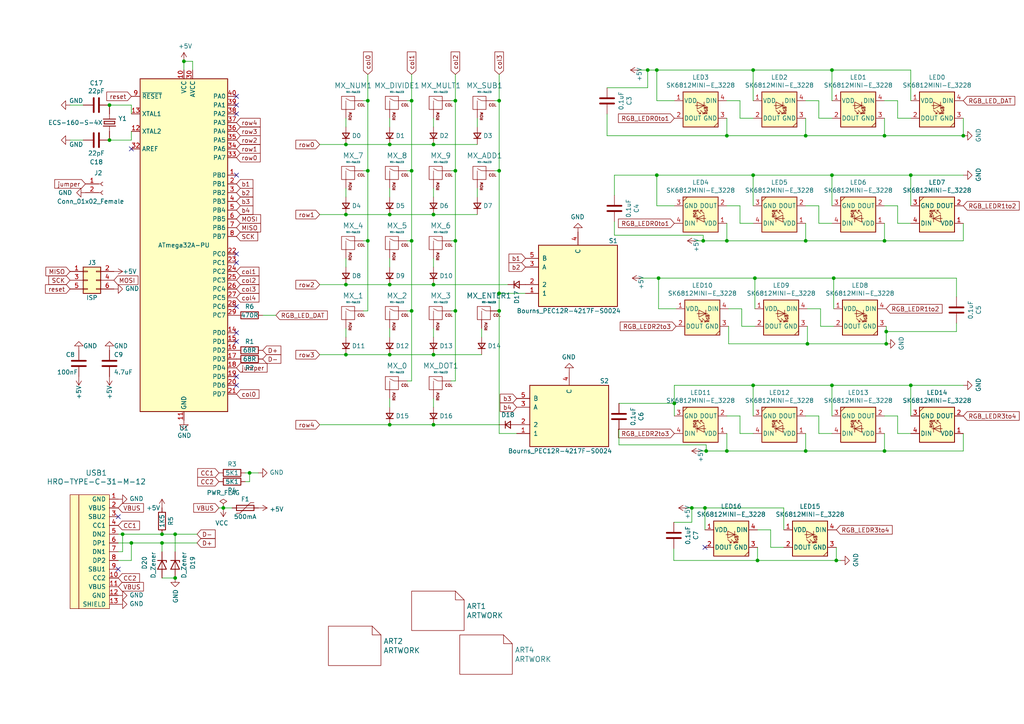
<source format=kicad_sch>
(kicad_sch (version 20211123) (generator eeschema)
  (paper "A4")
  (title_block (title "Skylight") (rev "3"))
  (junction (at 204.8256 130.81))
  (junction (at 53.34 17.78))
  (junction (at 191.008 80.6704))
  (junction (at 264.16 111.76))
  (junction (at 210.82 130.81))
  (junction (at 256.54 39.37))
  (junction (at 125.73 62.23))
  (junction (at 241.3 111.76))
  (junction (at 264.16 50.8))
  (junction (at 50.8 167.64))
  (junction (at 125.73 102.87))
  (junction (at 144.78 90.17))
  (junction (at 113.03 62.23))
  (junction (at 119.38 49.53))
  (junction (at 241.3 50.8))
  (junction (at 72.39 137.16))
  (junction (at 113.03 41.91))
  (junction (at 204.47 147.32))
  (junction (at 119.38 90.17))
  (junction (at 125.73 123.19))
  (junction (at 144.78 29.21))
  (junction (at 218.44 50.8))
  (junction (at 132.08 69.85))
  (junction (at 234.188 99.7204))
  (junction (at 46.99 154.94))
  (junction (at 195.58 116.9924))
  (junction (at 132.08 90.17))
  (junction (at 125.73 82.55))
  (junction (at 218.948 80.6704))
  (junction (at 256.54 69.85))
  (junction (at 113.03 123.19))
  (junction (at 100.33 41.91))
  (junction (at 190.5 20.32))
  (junction (at 241.3 20.32))
  (junction (at 64.77 147.32))
  (junction (at 125.73 41.91))
  (junction (at 31.75 40.64))
  (junction (at 233.68 130.81))
  (junction (at 187.8584 20.32))
  (junction (at 233.68 39.37))
  (junction (at 256.54 130.81))
  (junction (at 218.44 20.32))
  (junction (at 233.68 69.85))
  (junction (at 257.048 96.1644))
  (junction (at 119.38 69.85))
  (junction (at 242.57 162.56))
  (junction (at 200.66 147.32))
  (junction (at 144.78 85.09))
  (junction (at 38.1 157.48))
  (junction (at 132.08 49.53))
  (junction (at 203.962 69.85))
  (junction (at 100.33 102.87))
  (junction (at 144.78 49.53))
  (junction (at 106.68 69.85))
  (junction (at 46.99 157.48))
  (junction (at 100.33 82.55))
  (junction (at 100.33 62.23))
  (junction (at 279.4 39.37))
  (junction (at 218.44 111.76))
  (junction (at 132.08 29.21))
  (junction (at 31.75 30.48))
  (junction (at 106.68 29.21))
  (junction (at 106.68 49.53))
  (junction (at 210.82 39.37))
  (junction (at 219.71 162.56))
  (junction (at 241.808 80.6704))
  (junction (at 210.82 69.85))
  (junction (at 113.03 82.55))
  (junction (at 50.8 154.94))
  (junction (at 113.03 102.87))
  (junction (at 190.5 50.8))
  (junction (at 35.56 154.94))
  (junction (at 257.048 99.7204))
  (junction (at 119.38 29.21))
  (no_connect (at 68.58 99.06))
  (no_connect (at 68.58 33.02))
  (no_connect (at 68.58 96.52))
  (no_connect (at 34.29 165.1))
  (no_connect (at 68.58 88.9))
  (no_connect (at 34.29 149.86))
  (no_connect (at 68.58 76.2))
  (no_connect (at 38.1 43.18))
  (no_connect (at 68.58 50.8))
  (no_connect (at 204.47 158.75))
  (no_connect (at 68.58 109.22))
  (no_connect (at 68.58 73.66))
  (no_connect (at 68.58 111.76))
  (no_connect (at 68.58 27.94))
  (no_connect (at 68.58 30.48))
  (wire (pts (xy 203.962 68.2244) (xy 203.962 69.85)))
  (wire (pts (xy 279.4 39.37) (xy 279.4 34.29)))
  (wire (pts (xy 241.3 50.8) (xy 264.16 50.8)))
  (wire (pts (xy 34.29 157.48) (xy 38.1 157.48)))
  (wire (pts (xy 241.808 89.5604) (xy 241.808 80.6704)))
  (wire (pts (xy 279.4 125.73) (xy 279.4 130.81)))
  (wire (pts (xy 234.188 99.7204) (xy 257.048 99.7204)))
  (wire (pts (xy 241.3 34.29) (xy 237.49 34.29)))
  (wire (pts (xy 119.38 90.17) (xy 118.11 90.17)))
  (wire (pts (xy 72.39 139.7) (xy 71.12 139.7)))
  (wire (pts (xy 72.39 137.16) (xy 74.93 137.16)))
  (wire (pts (xy 100.33 34.29) (xy 100.33 36.83)))
  (wire (pts (xy 199.39 147.32) (xy 200.66 147.32)))
  (wire (pts (xy 185.928 80.6704) (xy 191.008 80.6704)))
  (wire (pts (xy 279.4 50.8) (xy 264.16 50.8)))
  (wire (pts (xy 195.4276 162.56) (xy 219.71 162.56)))
  (wire (pts (xy 200.66 147.32) (xy 204.47 147.32)))
  (wire (pts (xy 118.11 29.21) (xy 119.38 29.21)))
  (wire (pts (xy 125.73 95.25) (xy 125.73 97.79)))
  (wire (pts (xy 92.71 82.55) (xy 100.33 82.55)))
  (wire (pts (xy 256.54 125.73) (xy 256.54 130.81)))
  (wire (pts (xy 241.3 20.32) (xy 264.16 20.32)))
  (wire (pts (xy 195.58 116.9924) (xy 195.58 111.76)))
  (wire (pts (xy 132.08 49.53) (xy 130.81 49.53)))
  (wire (pts (xy 241.3 59.69) (xy 241.3 50.8)))
  (wire (pts (xy 55.88 20.32) (xy 55.88 17.78)))
  (wire (pts (xy 176.0728 33.0708) (xy 176.0728 39.37)))
  (wire (pts (xy 119.38 90.17) (xy 119.38 110.49)))
  (wire (pts (xy 214.63 64.77) (xy 214.63 59.69)))
  (wire (pts (xy 113.03 82.55) (xy 125.73 82.55)))
  (wire (pts (xy 279.4 69.85) (xy 279.4 64.77)))
  (wire (pts (xy 119.38 49.53) (xy 118.11 49.53)))
  (wire (pts (xy 92.71 62.23) (xy 100.33 62.23)))
  (wire (pts (xy 204.8256 129.032) (xy 204.8256 130.81)))
  (wire (pts (xy 214.63 29.21) (xy 210.82 29.21)))
  (wire (pts (xy 195.58 111.76) (xy 218.44 111.76)))
  (wire (pts (xy 256.54 39.37) (xy 279.4 39.37)))
  (wire (pts (xy 132.08 110.49) (xy 132.08 90.17)))
  (wire (pts (xy 214.63 120.65) (xy 210.82 120.65)))
  (wire (pts (xy 218.44 29.21) (xy 218.44 20.32)))
  (wire (pts (xy 233.68 69.85) (xy 256.54 69.85)))
  (wire (pts (xy 215.138 89.5604) (xy 211.328 89.5604)))
  (wire (pts (xy 241.808 94.6404) (xy 237.998 94.6404)))
  (wire (pts (xy 125.73 123.19) (xy 144.78 123.19)))
  (wire (pts (xy 210.82 130.81) (xy 233.68 130.81)))
  (wire (pts (xy 264.16 20.32) (xy 264.16 29.21)))
  (wire (pts (xy 190.5 20.32) (xy 218.44 20.32)))
  (wire (pts (xy 185.42 20.32) (xy 187.8584 20.32)))
  (wire (pts (xy 176.0728 39.37) (xy 210.82 39.37)))
  (wire (pts (xy 200.66 151.4856) (xy 200.66 147.32)))
  (wire (pts (xy 242.57 158.75) (xy 242.57 162.56)))
  (wire (pts (xy 210.82 69.85) (xy 233.68 69.85)))
  (wire (pts (xy 242.57 162.56) (xy 243.84 162.56)))
  (wire (pts (xy 125.73 115.57) (xy 125.73 118.11)))
  (wire (pts (xy 214.63 34.29) (xy 214.63 29.21)))
  (wire (pts (xy 92.71 41.91) (xy 100.33 41.91)))
  (wire (pts (xy 264.16 111.76) (xy 264.16 120.65)))
  (wire (pts (xy 106.68 29.21) (xy 106.68 49.53)))
  (wire (pts (xy 125.73 41.91) (xy 138.43 41.91)))
  (wire (pts (xy 144.78 29.21) (xy 144.78 49.53)))
  (wire (pts (xy 38.1 40.64) (xy 31.75 40.64)))
  (wire (pts (xy 257.048 96.1644) (xy 257.048 94.6404)))
  (wire (pts (xy 237.998 89.5604) (xy 234.188 89.5604)))
  (wire (pts (xy 178.2064 64.262) (xy 178.2064 68.2244)))
  (wire (pts (xy 20.32 30.48) (xy 24.13 30.48)))
  (wire (pts (xy 55.88 17.78) (xy 53.34 17.78)))
  (wire (pts (xy 105.41 69.85) (xy 106.68 69.85)))
  (wire (pts (xy 260.35 120.65) (xy 256.54 120.65)))
  (wire (pts (xy 237.49 125.73) (xy 237.49 120.65)))
  (wire (pts (xy 190.5 29.21) (xy 190.5 20.32)))
  (wire (pts (xy 119.38 69.85) (xy 119.38 90.17)))
  (wire (pts (xy 130.81 110.49) (xy 132.08 110.49)))
  (wire (pts (xy 241.3 29.21) (xy 241.3 20.32)))
  (wire (pts (xy 125.73 34.29) (xy 125.73 36.83)))
  (wire (pts (xy 144.78 29.21) (xy 143.51 29.21)))
  (wire (pts (xy 195.4276 151.4856) (xy 200.66 151.4856)))
  (wire (pts (xy 264.16 34.29) (xy 260.35 34.29)))
  (wire (pts (xy 113.03 54.61) (xy 113.03 57.15)))
  (wire (pts (xy 241.808 80.6704) (xy 277.4188 80.6704)))
  (wire (pts (xy 113.03 102.87) (xy 125.73 102.87)))
  (wire (pts (xy 119.38 21.59) (xy 119.38 29.21)))
  (wire (pts (xy 106.68 49.53) (xy 105.41 49.53)))
  (wire (pts (xy 211.328 94.6404) (xy 211.328 99.7204)))
  (wire (pts (xy 100.33 102.87) (xy 113.03 102.87)))
  (wire (pts (xy 241.3 64.77) (xy 237.49 64.77)))
  (wire (pts (xy 218.44 34.29) (xy 214.63 34.29)))
  (wire (pts (xy 92.71 102.87) (xy 100.33 102.87)))
  (wire (pts (xy 64.77 147.32) (xy 67.31 147.32)))
  (wire (pts (xy 237.49 120.65) (xy 233.68 120.65)))
  (wire (pts (xy 227.33 153.67) (xy 227.33 147.32)))
  (wire (pts (xy 277.4188 93.726) (xy 277.4188 96.1644)))
  (wire (pts (xy 237.49 34.29) (xy 237.49 29.21)))
  (wire (pts (xy 119.38 49.53) (xy 119.38 69.85)))
  (wire (pts (xy 125.73 54.61) (xy 125.73 57.15)))
  (wire (pts (xy 125.73 82.55) (xy 147.32 82.55)))
  (wire (pts (xy 100.33 62.23) (xy 113.03 62.23)))
  (wire (pts (xy 105.41 29.21) (xy 106.68 29.21)))
  (wire (pts (xy 138.43 54.61) (xy 138.43 57.15)))
  (wire (pts (xy 233.68 130.81) (xy 256.54 130.81)))
  (wire (pts (xy 144.78 21.59) (xy 144.78 29.21)))
  (wire (pts (xy 218.948 80.6704) (xy 241.808 80.6704)))
  (wire (pts (xy 219.71 158.75) (xy 219.71 162.56)))
  (wire (pts (xy 215.138 94.6404) (xy 215.138 89.5604)))
  (wire (pts (xy 187.8584 20.32) (xy 190.5 20.32)))
  (wire (pts (xy 204.47 153.67) (xy 204.47 147.32)))
  (wire (pts (xy 178.2064 56.642) (xy 178.2064 50.8)))
  (wire (pts (xy 264.16 125.73) (xy 260.35 125.73)))
  (wire (pts (xy 144.78 90.17) (xy 144.78 125.73)))
  (wire (pts (xy 92.71 123.19) (xy 113.03 123.19)))
  (wire (pts (xy 260.35 29.21) (xy 256.54 29.21)))
  (wire (pts (xy 139.7 102.87) (xy 125.73 102.87)))
  (wire (pts (xy 191.008 89.5604) (xy 191.008 80.6704)))
  (wire (pts (xy 219.71 153.67) (xy 223.52 153.67)))
  (wire (pts (xy 46.99 167.64) (xy 50.8 167.64)))
  (wire (pts (xy 38.1 30.48) (xy 31.75 30.48)))
  (wire (pts (xy 218.44 50.8) (xy 241.3 50.8)))
  (wire (pts (xy 113.03 41.91) (xy 125.73 41.91)))
  (wire (pts (xy 190.5 59.69) (xy 190.5 50.8)))
  (wire (pts (xy 260.35 125.73) (xy 260.35 120.65)))
  (wire (pts (xy 106.68 21.59) (xy 106.68 29.21)))
  (wire (pts (xy 132.08 69.85) (xy 132.08 49.53)))
  (wire (pts (xy 113.03 62.23) (xy 125.73 62.23)))
  (wire (pts (xy 210.82 125.73) (xy 210.82 130.81)))
  (wire (pts (xy 179.5272 124.6124) (xy 179.5272 129.032)))
  (wire (pts (xy 195.4276 159.1056) (xy 195.4276 162.56)))
  (wire (pts (xy 34.29 160.02) (xy 35.56 160.02)))
  (wire (pts (xy 106.68 69.85) (xy 106.68 90.17)))
  (wire (pts (xy 130.81 69.85) (xy 132.08 69.85)))
  (wire (pts (xy 277.4188 96.1644) (xy 257.048 96.1644)))
  (wire (pts (xy 100.33 74.93) (xy 100.33 77.47)))
  (wire (pts (xy 113.03 95.25) (xy 113.03 97.79)))
  (wire (pts (xy 143.51 49.53) (xy 144.78 49.53)))
  (wire (pts (xy 218.44 125.73) (xy 214.63 125.73)))
  (wire (pts (xy 132.08 29.21) (xy 132.08 49.53)))
  (wire (pts (xy 100.33 41.91) (xy 113.03 41.91)))
  (wire (pts (xy 100.33 54.61) (xy 100.33 57.15)))
  (wire (pts (xy 260.35 59.69) (xy 256.54 59.69)))
  (wire (pts (xy 119.38 69.85) (xy 118.11 69.85)))
  (wire (pts (xy 218.948 94.6404) (xy 215.138 94.6404)))
  (wire (pts (xy 132.08 21.59) (xy 132.08 29.21)))
  (wire (pts (xy 191.008 80.6704) (xy 218.948 80.6704)))
  (wire (pts (xy 233.68 125.73) (xy 233.68 130.81)))
  (wire (pts (xy 178.2064 50.8) (xy 190.5 50.8)))
  (wire (pts (xy 218.44 59.69) (xy 218.44 50.8)))
  (wire (pts (xy 237.998 94.6404) (xy 237.998 89.5604)))
  (wire (pts (xy 46.99 154.94) (xy 50.8 154.94)))
  (wire (pts (xy 119.38 110.49) (xy 118.11 110.49)))
  (wire (pts (xy 195.58 59.69) (xy 190.5 59.69)))
  (wire (pts (xy 241.3 120.65) (xy 241.3 111.76)))
  (wire (pts (xy 119.38 29.21) (xy 119.38 49.53)))
  (wire (pts (xy 218.44 120.65) (xy 218.44 111.76)))
  (wire (pts (xy 38.1 162.56) (xy 38.1 157.48)))
  (wire (pts (xy 260.35 64.77) (xy 260.35 59.69)))
  (wire (pts (xy 218.948 89.5604) (xy 218.948 80.6704)))
  (wire (pts (xy 144.78 85.09) (xy 144.78 90.17)))
  (wire (pts (xy 257.048 99.7204) (xy 257.048 96.1644)))
  (wire (pts (xy 241.3 125.73) (xy 237.49 125.73)))
  (wire (pts (xy 138.43 62.23) (xy 125.73 62.23)))
  (wire (pts (xy 34.29 162.56) (xy 38.1 162.56)))
  (wire (pts (xy 178.2064 68.2244) (xy 203.962 68.2244)))
  (wire (pts (xy 203.962 69.85) (xy 210.82 69.85)))
  (wire (pts (xy 50.8 160.02) (xy 50.8 154.94)))
  (wire (pts (xy 46.99 160.02) (xy 46.99 157.48)))
  (wire (pts (xy 210.82 64.77) (xy 210.82 69.85)))
  (wire (pts (xy 223.52 153.67) (xy 223.52 158.75)))
  (wire (pts (xy 106.68 90.17) (xy 105.41 90.17)))
  (wire (pts (xy 71.12 137.16) (xy 72.39 137.16)))
  (wire (pts (xy 233.68 34.29) (xy 233.68 39.37)))
  (wire (pts (xy 214.63 59.69) (xy 210.82 59.69)))
  (wire (pts (xy 132.08 90.17) (xy 130.81 90.17)))
  (wire (pts (xy 233.68 39.37) (xy 256.54 39.37)))
  (wire (pts (xy 233.68 64.77) (xy 233.68 69.85)))
  (wire (pts (xy 38.1 30.48) (xy 38.1 33.02)))
  (wire (pts (xy 139.7 95.25) (xy 139.7 97.79)))
  (wire (pts (xy 237.49 59.69) (xy 233.68 59.69)))
  (wire (pts (xy 176.0728 25.4508) (xy 187.8584 25.4508)))
  (wire (pts (xy 34.29 154.94) (xy 35.56 154.94)))
  (wire (pts (xy 57.15 157.48) (xy 46.99 157.48)))
  (wire (pts (xy 201.93 69.85) (xy 203.962 69.85)))
  (wire (pts (xy 38.1 38.1) (xy 38.1 40.64)))
  (wire (pts (xy 211.328 99.7204) (xy 234.188 99.7204)))
  (wire (pts (xy 210.82 34.29) (xy 210.82 39.37)))
  (wire (pts (xy 132.08 69.85) (xy 132.08 90.17)))
  (wire (pts (xy 260.35 34.29) (xy 260.35 29.21)))
  (wire (pts (xy 196.088 89.5604) (xy 191.008 89.5604)))
  (wire (pts (xy 256.54 130.81) (xy 279.4 130.81)))
  (wire (pts (xy 195.58 120.65) (xy 195.58 116.9924)))
  (wire (pts (xy 264.16 50.8) (xy 264.16 59.69)))
  (wire (pts (xy 237.49 64.77) (xy 237.49 59.69)))
  (wire (pts (xy 106.68 49.53) (xy 106.68 69.85)))
  (wire (pts (xy 187.8584 25.4508) (xy 187.8584 20.32)))
  (wire (pts (xy 144.78 49.53) (xy 144.78 85.09)))
  (wire (pts (xy 113.03 74.93) (xy 113.03 77.47)))
  (wire (pts (xy 234.188 94.6404) (xy 234.188 99.7204)))
  (wire (pts (xy 63.5 147.32) (xy 64.77 147.32)))
  (wire (pts (xy 179.5272 116.9924) (xy 195.58 116.9924)))
  (wire (pts (xy 204.47 147.32) (xy 227.33 147.32)))
  (wire (pts (xy 144.78 125.73) (xy 149.86 125.73)))
  (wire (pts (xy 100.33 95.25) (xy 100.33 97.79)))
  (wire (pts (xy 100.33 82.55) (xy 113.03 82.55)))
  (wire (pts (xy 113.03 34.29) (xy 113.03 36.83)))
  (wire (pts (xy 227.33 158.75) (xy 223.52 158.75)))
  (wire (pts (xy 241.3 111.76) (xy 264.16 111.76)))
  (wire (pts (xy 256.54 69.85) (xy 279.4 69.85)))
  (wire (pts (xy 190.5 50.8) (xy 218.44 50.8)))
  (wire (pts (xy 218.44 64.77) (xy 214.63 64.77)))
  (wire (pts (xy 256.54 34.29) (xy 256.54 39.37)))
  (wire (pts (xy 125.73 74.93) (xy 125.73 77.47)))
  (wire (pts (xy 214.63 125.73) (xy 214.63 120.65)))
  (wire (pts (xy 210.82 39.37) (xy 233.68 39.37)))
  (wire (pts (xy 203.2 130.81) (xy 204.8256 130.81)))
  (wire (pts (xy 113.03 115.57) (xy 113.03 118.11)))
  (wire (pts (xy 218.44 20.32) (xy 241.3 20.32)))
  (wire (pts (xy 256.54 64.77) (xy 256.54 69.85)))
  (wire (pts (xy 138.43 34.29) (xy 138.43 36.83)))
  (wire (pts (xy 179.5272 129.032) (xy 204.8256 129.032)))
  (wire (pts (xy 113.03 123.19) (xy 125.73 123.19)))
  (wire (pts (xy 219.71 162.56) (xy 242.57 162.56)))
  (wire (pts (xy 53.34 17.78) (xy 53.34 20.32)))
  (wire (pts (xy 132.08 29.21) (xy 130.81 29.21)))
  (wire (pts (xy 152.4 85.09) (xy 144.78 85.09)))
  (wire (pts (xy 264.16 64.77) (xy 260.35 64.77)))
  (wire (pts (xy 237.49 29.21) (xy 233.68 29.21)))
  (wire (pts (xy 279.4 111.76) (xy 264.16 111.76)))
  (wire (pts (xy 38.1 157.48) (xy 46.99 157.48)))
  (wire (pts (xy 35.56 154.94) (xy 46.99 154.94)))
  (wire (pts (xy 277.4188 80.6704) (xy 277.4188 86.106)))
  (wire (pts (xy 24.13 40.64) (xy 20.32 40.64)))
  (wire (pts (xy 50.8 154.94) (xy 57.15 154.94)))
  (wire (pts (xy 218.44 111.76) (xy 241.3 111.76)))
  (wire (pts (xy 204.8256 130.81) (xy 210.82 130.81)))
  (wire (pts (xy 72.39 137.16) (xy 72.39 139.7)))
  (wire (pts (xy 195.58 29.21) (xy 190.5 29.21)))
  (wire (pts (xy 35.56 160.02) (xy 35.56 154.94)))
  (wire (pts (xy 76.2 91.44) (xy 80.01 91.44)))
  (global_label "row0" (shape input) (at 68.58 45.72 0) (property "Intersheet References" "${INTERSHEET_REFS}" (effects hide)))
  (global_label "col1" (shape input) (at 119.38 21.59 90) (property "Intersheet References" "${INTERSHEET_REFS}" (effects hide)))
  (global_label "CC1" (shape input) (at 34.29 152.4 0) (property "Intersheet References" "${INTERSHEET_REFS}" (effects hide)))
  (global_label "col1" (shape input) (at 68.58 78.74 0) (property "Intersheet References" "${INTERSHEET_REFS}" (effects hide)))
  (global_label "row2" (shape input) (at 92.71 82.55 180) (property "Intersheet References" "${INTERSHEET_REFS}" (effects hide)))
  (global_label "CC1" (shape input) (at 63.5 137.16 180) (property "Intersheet References" "${INTERSHEET_REFS}" (effects hide)))
  (global_label "RGB_LEDR3to4" (shape input) (at 279.4 120.65 0) (property "Intersheet References" "${INTERSHEET_REFS}" (effects hide)))
  (global_label "SCK" (shape input) (at 68.58 68.58 0) (property "Intersheet References" "${INTERSHEET_REFS}" (effects hide)))
  (global_label "reset" (shape input) (at 20.32 83.82 180) (property "Intersheet References" "${INTERSHEET_REFS}" (effects hide)))
  (global_label "b4" (shape input) (at 68.58 60.96 0) (property "Intersheet References" "${INTERSHEET_REFS}" (effects hide)))
  (global_label "MOSI" (shape input) (at 33.02 81.28 0) (property "Intersheet References" "${INTERSHEET_REFS}" (effects hide)))
  (global_label "col3" (shape input) (at 68.58 83.82 0) (property "Intersheet References" "${INTERSHEET_REFS}" (effects hide)))
  (global_label "col2" (shape input) (at 132.08 21.59 90) (property "Intersheet References" "${INTERSHEET_REFS}" (effects hide)))
  (global_label "b1" (shape input) (at 68.58 53.34 0) (property "Intersheet References" "${INTERSHEET_REFS}" (effects hide)))
  (global_label "b1" (shape input) (at 152.4 74.93 180) (property "Intersheet References" "${INTERSHEET_REFS}" (effects hide)))
  (global_label "b4" (shape input) (at 149.86 118.11 180) (property "Intersheet References" "${INTERSHEET_REFS}" (effects hide)))
  (global_label "RGB_LEDR2to3" (shape input) (at 196.088 94.6404 180) (property "Intersheet References" "${INTERSHEET_REFS}" (effects hide)))
  (global_label "MISO" (shape input) (at 68.58 66.04 0) (property "Intersheet References" "${INTERSHEET_REFS}" (effects hide)))
  (global_label "RGB_LED_DAT" (shape input) (at 279.4 29.21 0) (property "Intersheet References" "${INTERSHEET_REFS}" (effects hide)))
  (global_label "b3" (shape input) (at 68.58 58.42 0) (property "Intersheet References" "${INTERSHEET_REFS}" (effects hide)))
  (global_label "row3" (shape input) (at 92.71 102.87 180) (property "Intersheet References" "${INTERSHEET_REFS}" (effects hide)))
  (global_label "RGB_LEDR1to2" (shape input) (at 279.4 59.69 0) (property "Intersheet References" "${INTERSHEET_REFS}" (effects hide)))
  (global_label "reset" (shape input) (at 38.1 27.94 180) (property "Intersheet References" "${INTERSHEET_REFS}" (effects hide)))
  (global_label "D+" (shape input) (at 57.15 157.48 0) (property "Intersheet References" "${INTERSHEET_REFS}" (effects hide)))
  (global_label "b2" (shape input) (at 152.4 77.47 180) (property "Intersheet References" "${INTERSHEET_REFS}" (effects hide)))
  (global_label "row4" (shape input) (at 68.58 35.56 0) (property "Intersheet References" "${INTERSHEET_REFS}" (effects hide)))
  (global_label "row1" (shape input) (at 92.71 62.23 180) (property "Intersheet References" "${INTERSHEET_REFS}" (effects hide)))
  (global_label "row1" (shape input) (at 68.58 43.18 0) (property "Intersheet References" "${INTERSHEET_REFS}" (effects hide)))
  (global_label "row2" (shape input) (at 68.58 40.64 0) (property "Intersheet References" "${INTERSHEET_REFS}" (effects hide)))
  (global_label "RGB_LEDR3to4" (shape input) (at 242.57 153.67 0) (property "Intersheet References" "${INTERSHEET_REFS}" (effects hide)))
  (global_label "col2" (shape input) (at 68.58 81.28 0) (property "Intersheet References" "${INTERSHEET_REFS}" (effects hide)))
  (global_label "D+" (shape input) (at 76.2 101.6 0) (property "Intersheet References" "${INTERSHEET_REFS}" (effects hide)))
  (global_label "jumper" (shape input) (at 24.765 53.34 180) (property "Intersheet References" "${INTERSHEET_REFS}" (effects hide)))
  (global_label "CC2" (shape input) (at 63.5 139.7 180) (property "Intersheet References" "${INTERSHEET_REFS}" (effects hide)))
  (global_label "RGB_LEDR2to3" (shape input) (at 195.58 125.73 180) (property "Intersheet References" "${INTERSHEET_REFS}" (effects hide)))
  (global_label "row4" (shape input) (at 92.71 123.19 180) (property "Intersheet References" "${INTERSHEET_REFS}" (effects hide)))
  (global_label "col3" (shape input) (at 144.78 21.59 90) (property "Intersheet References" "${INTERSHEET_REFS}" (effects hide)))
  (global_label "col4" (shape input) (at 68.58 86.36 0) (property "Intersheet References" "${INTERSHEET_REFS}" (effects hide)))
  (global_label "jumper" (shape input) (at 68.58 106.68 0) (property "Intersheet References" "${INTERSHEET_REFS}" (effects hide)))
  (global_label "MISO" (shape input) (at 20.32 78.74 180) (property "Intersheet References" "${INTERSHEET_REFS}" (effects hide)))
  (global_label "SCK" (shape input) (at 20.32 81.28 180) (property "Intersheet References" "${INTERSHEET_REFS}" (effects hide)))
  (global_label "VBUS" (shape input) (at 34.29 170.18 0) (property "Intersheet References" "${INTERSHEET_REFS}" (effects hide)))
  (global_label "row0" (shape input) (at 92.71 41.91 180) (property "Intersheet References" "${INTERSHEET_REFS}" (effects hide)))
  (global_label "b2" (shape input) (at 68.58 55.88 0) (property "Intersheet References" "${INTERSHEET_REFS}" (effects hide)))
  (global_label "col0" (shape input) (at 68.58 114.3 0) (property "Intersheet References" "${INTERSHEET_REFS}" (effects hide)))
  (global_label "RGB_LEDR1to2" (shape input) (at 257.048 89.5604 0) (property "Intersheet References" "${INTERSHEET_REFS}" (effects hide)))
  (global_label "row3" (shape input) (at 68.58 38.1 0) (property "Intersheet References" "${INTERSHEET_REFS}" (effects hide)))
  (global_label "MOSI" (shape input) (at 68.58 63.5 0) (property "Intersheet References" "${INTERSHEET_REFS}" (effects hide)))
  (global_label "b3" (shape input) (at 149.86 115.57 180) (property "Intersheet References" "${INTERSHEET_REFS}" (effects hide)))
  (global_label "col0" (shape input) (at 106.68 21.59 90) (property "Intersheet References" "${INTERSHEET_REFS}" (effects hide)))
  (global_label "RGB_LEDR0to1" (shape input) (at 195.58 64.77 180) (property "Intersheet References" "${INTERSHEET_REFS}" (effects hide)))
  (global_label "D-" (shape input) (at 57.15 154.94 0) (property "Intersheet References" "${INTERSHEET_REFS}" (effects hide)))
  (global_label "CC2" (shape input) (at 34.29 167.64 0) (property "Intersheet References" "${INTERSHEET_REFS}" (effects hide)))
  (global_label "VBUS" (shape input) (at 34.29 147.32 0) (property "Intersheet References" "${INTERSHEET_REFS}" (effects hide)))
  (global_label "RGB_LED_DAT" (shape input) (at 80.01 91.44 0) (property "Intersheet References" "${INTERSHEET_REFS}" (effects hide)))
  (global_label "RGB_LEDR0to1" (shape input) (at 195.58 34.29 180) (property "Intersheet References" "${INTERSHEET_REFS}" (effects hide)))
  (global_label "D-" (shape input) (at 76.2 104.14 0) (property "Intersheet References" "${INTERSHEET_REFS}" (effects hide)))
  (global_label "VBUS" (shape input) (at 63.5 147.32 180) (property "Intersheet References" "${INTERSHEET_REFS}" (effects hide)))
  (symbol (lib_id "MX_Alps_Hybrid:MX-NoLED") (at 101.6 30.48 0) (unit 1)
    (property "Reference" "MX_NUM1" (at 102.4382 24.8158 0) (effects (font (size 1.524 1.524))))
    (property "Value" "MX-NoLED" (at 102.4382 26.6954 0) (effects (font (size 0.508 0.508))))
    (property "Footprint" "MX_Only:MXOnly-1U-Hotswap-Antishear" (effects hide))
  )
  (symbol (lib_id "MX_Alps_Hybrid:MX-NoLED") (at 114.3 30.48 0) (unit 1)
    (property "Reference" "MX_DIVIDE1" (at 115.1382 24.8158 0) (effects (font (size 1.524 1.524))))
    (property "Value" "MX-NoLED" (at 115.1382 26.6954 0) (effects (font (size 0.508 0.508))))
    (property "Footprint" "MX_Only:MXOnly-1U-Hotswap-Antishear" (effects hide))
  )
  (symbol (lib_id "MX_Alps_Hybrid:MX-NoLED") (at 127 30.48 0) (unit 1)
    (property "Reference" "MX_MULT1" (at 127.8382 24.8158 0) (effects (font (size 1.524 1.524))))
    (property "Value" "MX-NoLED" (at 127.8382 26.6954 0) (effects (font (size 0.508 0.508))))
    (property "Footprint" "MX_Only:MXOnly-1U-Hotswap-Antishear" (effects hide))
  )
  (symbol (lib_id "MX_Alps_Hybrid:MX-NoLED") (at 139.7 30.48 0) (unit 1)
    (property "Reference" "MX_SUB1" (at 140.5382 24.8158 0) (effects (font (size 1.524 1.524))))
    (property "Value" "MX-NoLED" (at 140.5382 26.6954 0) (effects (font (size 0.508 0.508))))
    (property "Footprint" "MX_Only:MXOnly-1U-Hotswap-Antishear" (effects hide))
  )
  (symbol (lib_id "Device:D_Small") (at 100.33 39.37 90) (unit 1)
    (property "Reference" "D0" (at 102.0572 39.37 90) (effects (justify right)))
    (property "Value" "D_Small" (effects hide))
    (property "Footprint" "Diode_THT:D_DO-35_SOD27_P7.62mm_Horizontal" (effects hide))
  )
  (symbol (lib_id "Device:D_Small") (at 113.03 39.37 90) (unit 1)
    (property "Reference" "D1" (at 114.7572 39.37 90) (effects (justify right)))
    (property "Value" "D_Small" (effects hide))
    (property "Footprint" "Diode_THT:D_DO-35_SOD27_P7.62mm_Horizontal" (effects hide))
  )
  (symbol (lib_id "Device:D_Small") (at 125.73 39.37 90) (unit 1)
    (property "Reference" "D2" (at 127.4572 39.37 90) (effects (justify right)))
    (property "Value" "D_Small" (effects hide))
    (property "Footprint" "Diode_THT:D_DO-35_SOD27_P7.62mm_Horizontal" (effects hide))
  )
  (symbol (lib_id "Device:D_Small") (at 138.43 39.37 90) (unit 1)
    (property "Reference" "D3" (at 140.1572 39.37 90) (effects (justify right)))
    (property "Value" "D_Small" (effects hide))
    (property "Footprint" "Diode_THT:D_DO-35_SOD27_P7.62mm_Horizontal" (effects hide))
  )
  (symbol (lib_id "win:Bourns_PEC12R-4217F-S0024") (at 167.64 80.01 180) (unit 1)
    (property "Reference" "S1" (at 176.53 69.85 0) (effects (justify right)))
    (property "Value" "Bourns_PEC12R-4217F-S0024" (at 149.86 90.17 0) (effects (justify right)))
    (property "Footprint" "win:PEC12R-4xxF-Sxxxx" (effects hide))
    (property "Datasheet" "DOCUMENTATION" (effects hide))
  )
  (symbol (lib_id "power:GND") (at 165.1 107.95 180) (unit 1)
    (property "Reference" "#PWR0104" (effects hide))
    (property "Value" "GND" (at 164.973 103.5558 0))
  )
  (symbol (lib_id "MX_Alps_Hybrid:MX-NoLED") (at 101.6 50.8 0) (unit 1)
    (property "Reference" "MX_7" (at 102.4382 45.1358 0) (effects (font (size 1.524 1.524))))
    (property "Value" "MX-NoLED" (at 102.4382 47.0154 0) (effects (font (size 0.508 0.508))))
    (property "Footprint" "MX_Only:MXOnly-1U-Hotswap-Antishear" (effects hide))
  )
  (symbol (lib_id "MX_Alps_Hybrid:MX-NoLED") (at 114.3 50.8 0) (unit 1)
    (property "Reference" "MX_8" (at 115.1382 45.1358 0) (effects (font (size 1.524 1.524))))
    (property "Value" "MX-NoLED" (at 115.1382 47.0154 0) (effects (font (size 0.508 0.508))))
    (property "Footprint" "MX_Only:MXOnly-1U-Hotswap-Antishear" (effects hide))
  )
  (symbol (lib_id "MX_Alps_Hybrid:MX-NoLED") (at 127 50.8 0) (unit 1)
    (property "Reference" "MX_9" (at 127.8382 45.1358 0) (effects (font (size 1.524 1.524))))
    (property "Value" "MX-NoLED" (at 127.8382 47.0154 0) (effects (font (size 0.508 0.508))))
    (property "Footprint" "MX_Only:MXOnly-1U-Hotswap-Antishear" (effects hide))
  )
  (symbol (lib_id "Device:D_Small") (at 100.33 59.69 90) (unit 1)
    (property "Reference" "D4" (at 102.0572 59.69 90) (effects (justify right)))
    (property "Value" "D_Small" (effects hide))
    (property "Footprint" "Diode_THT:D_DO-35_SOD27_P7.62mm_Horizontal" (effects hide))
  )
  (symbol (lib_id "Device:D_Small") (at 113.03 59.69 90) (unit 1)
    (property "Reference" "D5" (at 114.7572 59.69 90) (effects (justify right)))
    (property "Value" "D_Small" (effects hide))
    (property "Footprint" "Diode_THT:D_DO-35_SOD27_P7.62mm_Horizontal" (effects hide))
  )
  (symbol (lib_id "Device:D_Small") (at 125.73 59.69 90) (unit 1)
    (property "Reference" "D6" (at 127.4572 59.69 90) (effects (justify right)))
    (property "Value" "D_Small" (effects hide))
    (property "Footprint" "Diode_THT:D_DO-35_SOD27_P7.62mm_Horizontal" (effects hide))
  )
  (symbol (lib_id "MX_Alps_Hybrid:MX-NoLED") (at 101.6 71.12 0) (unit 1)
    (property "Reference" "MX_4" (at 102.4382 65.4558 0) (effects (font (size 1.524 1.524))))
    (property "Value" "MX-NoLED" (at 102.4382 67.3354 0) (effects (font (size 0.508 0.508))))
    (property "Footprint" "MX_Only:MXOnly-1U-Hotswap-Antishear" (effects hide))
  )
  (symbol (lib_id "MX_Alps_Hybrid:MX-NoLED") (at 114.3 71.12 0) (unit 1)
    (property "Reference" "MX_5" (at 115.1382 65.4558 0) (effects (font (size 1.524 1.524))))
    (property "Value" "MX-NoLED" (at 115.1382 67.3354 0) (effects (font (size 0.508 0.508))))
    (property "Footprint" "MX_Only:MXOnly-1U-Hotswap-Antishear" (effects hide))
  )
  (symbol (lib_id "MX_Alps_Hybrid:MX-NoLED") (at 127 71.12 0) (unit 1)
    (property "Reference" "MX_6" (at 127.8382 65.4558 0) (effects (font (size 1.524 1.524))))
    (property "Value" "MX-NoLED" (at 127.8382 67.3354 0) (effects (font (size 0.508 0.508))))
    (property "Footprint" "MX_Only:MXOnly-1U-Hotswap-Antishear" (effects hide))
  )
  (symbol (lib_id "MX_Alps_Hybrid:MX-NoLED") (at 139.7 50.8 0) (unit 1)
    (property "Reference" "MX_ADD1" (at 140.5382 45.1358 0) (effects (font (size 1.524 1.524))))
    (property "Value" "MX-NoLED" (at 140.5382 47.0154 0) (effects (font (size 0.508 0.508))))
    (property "Footprint" "MX_Only:MXOnly-2U-Hotswap" (effects hide))
  )
  (symbol (lib_id "Device:D_Small") (at 100.33 80.01 90) (unit 1)
    (property "Reference" "D8" (at 102.0572 80.01 90) (effects (justify right)))
    (property "Value" "D_Small" (effects hide))
    (property "Footprint" "Diode_THT:D_DO-35_SOD27_P7.62mm_Horizontal" (effects hide))
  )
  (symbol (lib_id "Device:D_Small") (at 113.03 80.01 90) (unit 1)
    (property "Reference" "D9" (at 114.7572 80.01 90) (effects (justify right)))
    (property "Value" "D_Small" (effects hide))
    (property "Footprint" "Diode_THT:D_DO-35_SOD27_P7.62mm_Horizontal" (effects hide))
  )
  (symbol (lib_id "Device:D_Small") (at 125.73 80.01 90) (unit 1)
    (property "Reference" "D10" (at 127.4572 80.01 90) (effects (justify right)))
    (property "Value" "D_Small" (effects hide))
    (property "Footprint" "Diode_THT:D_DO-35_SOD27_P7.62mm_Horizontal" (effects hide))
  )
  (symbol (lib_id "Device:D_Small") (at 138.43 59.69 90) (unit 1)
    (property "Reference" "D7" (at 140.1572 59.69 90) (effects (justify right)))
    (property "Value" "D_Small" (effects hide))
    (property "Footprint" "Diode_THT:D_DO-35_SOD27_P7.62mm_Horizontal" (effects hide))
  )
  (symbol (lib_id "win:Bourns_PEC12R-4217F-S0024") (at 165.1 120.65 180) (unit 1)
    (property "Reference" "S2" (at 173.99 110.49 0) (effects (justify right)))
    (property "Value" "Bourns_PEC12R-4217F-S0024" (at 147.32 130.81 0) (effects (justify right)))
    (property "Footprint" "win:PEC12R-4xxF-Sxxxx" (effects hide))
    (property "Datasheet" "DOCUMENTATION" (effects hide))
  )
  (symbol (lib_id "MX_Alps_Hybrid:MX-NoLED") (at 101.6 91.44 0) (unit 1)
    (property "Reference" "MX_1" (at 102.4382 85.7758 0) (effects (font (size 1.524 1.524))))
    (property "Value" "MX-NoLED" (at 102.4382 87.6554 0) (effects (font (size 0.508 0.508))))
    (property "Footprint" "MX_Only:MXOnly-1U-Hotswap-Antishear" (effects hide))
  )
  (symbol (lib_id "MX_Alps_Hybrid:MX-NoLED") (at 114.3 91.44 0) (unit 1)
    (property "Reference" "MX_2" (at 115.1382 85.7758 0) (effects (font (size 1.524 1.524))))
    (property "Value" "MX-NoLED" (at 115.1382 87.6554 0) (effects (font (size 0.508 0.508))))
    (property "Footprint" "MX_Only:MXOnly-1U-Hotswap-Antishear" (effects hide))
  )
  (symbol (lib_id "MX_Alps_Hybrid:MX-NoLED") (at 127 91.44 0) (unit 1)
    (property "Reference" "MX_3" (at 127.8382 85.7758 0) (effects (font (size 1.524 1.524))))
    (property "Value" "MX-NoLED" (at 127.8382 87.6554 0) (effects (font (size 0.508 0.508))))
    (property "Footprint" "MX_Only:MXOnly-1U-Hotswap-Antishear" (effects hide))
  )
  (symbol (lib_id "MX_Alps_Hybrid:MX-NoLED") (at 140.97 91.44 0) (unit 1)
    (property "Reference" "MX_ENTER1" (at 141.8082 85.7758 0) (effects (font (size 1.524 1.524))))
    (property "Value" "MX-NoLED" (at 141.8082 87.6554 0) (effects (font (size 0.508 0.508))))
    (property "Footprint" "MX_Only:MXOnly-2U-Hotswap" (effects hide))
  )
  (symbol (lib_id "Device:D_Small") (at 100.33 100.33 90) (unit 1)
    (property "Reference" "D11" (at 102.0572 100.33 90) (effects (justify right)))
    (property "Value" "D_Small" (effects hide))
    (property "Footprint" "Diode_THT:D_DO-35_SOD27_P7.62mm_Horizontal" (effects hide))
  )
  (symbol (lib_id "Device:D_Small") (at 113.03 100.33 90) (unit 1)
    (property "Reference" "D12" (at 114.7572 100.33 90) (effects (justify right)))
    (property "Value" "D_Small" (effects hide))
    (property "Footprint" "Diode_THT:D_DO-35_SOD27_P7.62mm_Horizontal" (effects hide))
  )
  (symbol (lib_id "Device:D_Small") (at 125.73 100.33 90) (unit 1)
    (property "Reference" "D13" (at 127.4572 100.33 90) (effects (justify right)))
    (property "Value" "D_Small" (effects hide))
    (property "Footprint" "Diode_THT:D_DO-35_SOD27_P7.62mm_Horizontal" (effects hide))
  )
  (symbol (lib_id "Device:D_Small") (at 139.7 100.33 90) (unit 1)
    (property "Reference" "D14" (at 141.4272 100.33 90) (effects (justify right)))
    (property "Value" "D_Small" (effects hide))
    (property "Footprint" "Diode_THT:D_DO-35_SOD27_P7.62mm_Horizontal" (effects hide))
  )
  (symbol (lib_id "MX_Alps_Hybrid:MX-NoLED") (at 114.3 111.76 0) (unit 1)
    (property "Reference" "MX_0" (at 115.1382 106.0958 0) (effects (font (size 1.524 1.524))))
    (property "Value" "MX-NoLED" (at 115.1382 107.9754 0) (effects (font (size 0.508 0.508))))
    (property "Footprint" "MX_Only:MXOnly-2U-Hotswap" (effects hide))
  )
  (symbol (lib_id "MX_Alps_Hybrid:MX-NoLED") (at 127 111.76 0) (unit 1)
    (property "Reference" "MX_DOT1" (at 127.8382 106.0958 0) (effects (font (size 1.524 1.524))))
    (property "Value" "MX-NoLED" (at 127.8382 107.9754 0) (effects (font (size 0.508 0.508))))
    (property "Footprint" "MX_Only:MXOnly-1U-Hotswap-Antishear" (effects hide))
  )
  (symbol (lib_id "Device:D_Small") (at 125.73 120.65 90) (unit 1)
    (property "Reference" "D16" (at 127.4572 120.65 90) (effects (justify right)))
    (property "Value" "D_Small" (effects hide))
    (property "Footprint" "Diode_THT:D_DO-35_SOD27_P7.62mm_Horizontal" (effects hide))
  )
  (symbol (lib_id "power:GND") (at 167.64 67.31 180) (unit 1)
    (property "Reference" "#PWR0121" (effects hide))
    (property "Value" "GND" (at 167.513 62.9158 0))
  )
  (symbol (lib_id "Device:D_Small") (at 113.03 120.65 90) (unit 1)
    (property "Reference" "D15" (at 114.7572 120.65 90) (effects (justify right)))
    (property "Value" "D_Small" (effects hide))
    (property "Footprint" "Diode_THT:D_DO-35_SOD27_P7.62mm_Horizontal" (effects hide))
  )
  (symbol (lib_id "base-rescue:ATmega32A-PU-MCU_Microchip_ATmega") (at 53.34 71.12 0) (unit 1)
    (property "Reference" "U1" (at 53.34 124.1806 0))
    (property "Value" "ATmega32A-PU" (at 53.34 71.12 0))
    (property "Footprint" "Package_DIP:DIP-40_W15.24mm" (effects hide))
    (property "Datasheet" "http://ww1.microchip.com/downloads/en/DeviceDoc/atmel-8155-8-bit-microcontroller-avr-atmega32a_datasheet.pdf" (effects hide))
  )
  (symbol (lib_id "Device:C") (at 27.94 30.48 270) (unit 1)
    (property "Reference" "C17" (at 27.94 24.0792 90))
    (property "Value" "22pF" (at 27.94 26.3906 90))
    (property "Footprint" "Capacitor_THT:C_Disc_D3.8mm_W2.6mm_P2.50mm" (effects hide))
  )
  (symbol (lib_id "Device:C") (at 27.94 40.64 270) (unit 1)
    (property "Reference" "C18" (at 27.94 46.99 90))
    (property "Value" "22pF" (at 27.94 44.45 90))
    (property "Footprint" "Capacitor_THT:C_Disc_D3.8mm_W2.6mm_P2.50mm" (effects hide))
  )
  (symbol (lib_id "Device:R") (at 72.39 101.6 270) (unit 1)
    (property "Reference" "R1" (at 72.39 99.06 90))
    (property "Value" "68R" (at 72.39 101.6 90))
    (property "Footprint" "Resistor_THT:R_Axial_DIN0204_L3.6mm_D1.6mm_P7.62mm_Horizontal" (effects hide))
  )
  (symbol (lib_id "Device:R") (at 72.39 104.14 270) (unit 1)
    (property "Reference" "R2" (at 72.39 106.68 90))
    (property "Value" "68R" (at 72.39 104.14 90))
    (property "Footprint" "Resistor_THT:R_Axial_DIN0204_L3.6mm_D1.6mm_P7.62mm_Horizontal" (effects hide))
  )
  (symbol (lib_id "Connector_Generic:Conn_02x03_Odd_Even") (at 25.4 81.28 0) (unit 1)
    (property "Reference" "J3" (at 26.67 76.2 0))
    (property "Value" "ISP" (at 26.67 86.36 0))
    (property "Footprint" "Connector_PinHeader_2.54mm:PinHeader_2x03_P2.54mm_Vertical" (effects hide))
  )
  (symbol (lib_id "base-rescue:SK6812MINI-E_3228-sk6812mini-e_3228") (at 271.78 31.75 0) (unit 1)
    (property "Reference" "LED0" (at 271.78 22.4282 0))
    (property "Value" "SK6812MINI-E_3228" (at 271.78 24.7396 0))
    (property "Footprint" "Keebio-Parts:SK6812-MINI-E" (effects hide))
    (property "Datasheet" "https://cdn-shop.adafruit.com/product-files/2686/SK6812MINI_REV.01-1-2.pdf" (effects hide))
  )
  (symbol (lib_id "Device:C") (at 22.86 105.41 0) (unit 1)
    (property "Reference" "C8" (at 19.05 102.87 0) (effects (justify left)))
    (property "Value" "100nF" (at 16.51 107.95 0) (effects (justify left)))
    (property "Footprint" "Capacitor_THT:C_Disc_D3.8mm_W2.6mm_P2.50mm" (effects hide))
  )
  (symbol (lib_id "Device:C") (at 31.75 105.41 0) (unit 1)
    (property "Reference" "C9" (at 33.02 102.87 0) (effects (justify left)))
    (property "Value" "4.7uF" (at 33.02 107.95 0) (effects (justify left)))
    (property "Footprint" "Capacitor_THT:C_Disc_D3.8mm_W2.6mm_P2.50mm" (effects hide))
  )
  (symbol (lib_id "base-rescue:SK6812MINI-E_3228-sk6812mini-e_3228") (at 248.92 31.75 0) (unit 1)
    (property "Reference" "LED1" (at 248.92 22.4282 0))
    (property "Value" "SK6812MINI-E_3228" (at 248.92 24.7396 0))
    (property "Footprint" "Keebio-Parts:SK6812-MINI-E" (effects hide))
    (property "Datasheet" "https://cdn-shop.adafruit.com/product-files/2686/SK6812MINI_REV.01-1-2.pdf" (effects hide))
  )
  (symbol (lib_id "base-rescue:SK6812MINI-E_3228-sk6812mini-e_3228") (at 226.06 31.75 0) (unit 1)
    (property "Reference" "LED2" (at 226.06 22.4282 0))
    (property "Value" "SK6812MINI-E_3228" (at 226.06 24.7396 0))
    (property "Footprint" "Keebio-Parts:SK6812-MINI-E" (effects hide))
    (property "Datasheet" "https://cdn-shop.adafruit.com/product-files/2686/SK6812MINI_REV.01-1-2.pdf" (effects hide))
  )
  (symbol (lib_id "power:+5V") (at 185.42 20.32 90) (unit 1)
    (property "Reference" "#PWR0113" (effects hide))
    (property "Value" "+5V" (at 185.42 21.59 0))
  )
  (symbol (lib_id "power:GND") (at 279.4 39.37 90) (unit 1)
    (property "Reference" "#PWR0114" (effects hide))
    (property "Value" "GND" (at 283.7942 39.243 0))
  )
  (symbol (lib_id "base-rescue:SK6812MINI-E_3228-sk6812mini-e_3228") (at 203.2 31.75 0) (unit 1)
    (property "Reference" "LED3" (at 203.2 22.4282 0))
    (property "Value" "SK6812MINI-E_3228" (at 203.2 24.7396 0))
    (property "Footprint" "Keebio-Parts:SK6812-MINI-E" (effects hide))
    (property "Datasheet" "https://cdn-shop.adafruit.com/product-files/2686/SK6812MINI_REV.01-1-2.pdf" (effects hide))
  )
  (symbol (lib_id "base-rescue:SK6812MINI-E_3228-sk6812mini-e_3228") (at 203.2 62.23 180) (unit 1)
    (property "Reference" "LED4" (at 203.2 52.9082 0))
    (property "Value" "SK6812MINI-E_3228" (at 203.2 55.2196 0))
    (property "Footprint" "Keebio-Parts:SK6812-MINI-E" (effects hide))
    (property "Datasheet" "https://cdn-shop.adafruit.com/product-files/2686/SK6812MINI_REV.01-1-2.pdf" (effects hide))
  )
  (symbol (lib_id "base-rescue:SK6812MINI-E_3228-sk6812mini-e_3228") (at 226.06 62.23 180) (unit 1)
    (property "Reference" "LED5" (at 226.06 52.9082 0))
    (property "Value" "SK6812MINI-E_3228" (at 226.06 55.2196 0))
    (property "Footprint" "Keebio-Parts:SK6812-MINI-E" (effects hide))
    (property "Datasheet" "https://cdn-shop.adafruit.com/product-files/2686/SK6812MINI_REV.01-1-2.pdf" (effects hide))
  )
  (symbol (lib_id "base-rescue:SK6812MINI-E_3228-sk6812mini-e_3228") (at 248.92 62.23 180) (unit 1)
    (property "Reference" "LED6" (at 248.92 52.9082 0))
    (property "Value" "SK6812MINI-E_3228" (at 248.92 55.2196 0))
    (property "Footprint" "Keebio-Parts:SK6812-MINI-E" (effects hide))
    (property "Datasheet" "https://cdn-shop.adafruit.com/product-files/2686/SK6812MINI_REV.01-1-2.pdf" (effects hide))
  )
  (symbol (lib_id "base-rescue:SK6812MINI-E_3228-sk6812mini-e_3228") (at 271.78 62.23 180) (unit 1)
    (property "Reference" "LED7" (at 271.78 52.9082 0))
    (property "Value" "SK6812MINI-E_3228" (at 271.78 55.2196 0))
    (property "Footprint" "Keebio-Parts:SK6812-MINI-E" (effects hide))
    (property "Datasheet" "https://cdn-shop.adafruit.com/product-files/2686/SK6812MINI_REV.01-1-2.pdf" (effects hide))
  )
  (symbol (lib_id "base-rescue:SK6812MINI-E_3228-sk6812mini-e_3228") (at 249.428 92.1004 0) (unit 1)
    (property "Reference" "LED8" (at 249.428 82.7786 0))
    (property "Value" "SK6812MINI-E_3228" (at 249.428 85.09 0))
    (property "Footprint" "Keebio-Parts:SK6812-MINI-E" (effects hide))
    (property "Datasheet" "https://cdn-shop.adafruit.com/product-files/2686/SK6812MINI_REV.01-1-2.pdf" (effects hide))
  )
  (symbol (lib_id "base-rescue:SK6812MINI-E_3228-sk6812mini-e_3228") (at 226.568 92.1004 0) (unit 1)
    (property "Reference" "LED9" (at 226.568 82.7786 0))
    (property "Value" "SK6812MINI-E_3228" (at 226.568 85.09 0))
    (property "Footprint" "Keebio-Parts:SK6812-MINI-E" (effects hide))
    (property "Datasheet" "https://cdn-shop.adafruit.com/product-files/2686/SK6812MINI_REV.01-1-2.pdf" (effects hide))
  )
  (symbol (lib_id "base-rescue:SK6812MINI-E_3228-sk6812mini-e_3228") (at 203.708 92.1004 0) (unit 1)
    (property "Reference" "LED10" (at 203.708 82.7786 0))
    (property "Value" "SK6812MINI-E_3228" (at 203.708 85.09 0))
    (property "Footprint" "Keebio-Parts:SK6812-MINI-E" (effects hide))
    (property "Datasheet" "https://cdn-shop.adafruit.com/product-files/2686/SK6812MINI_REV.01-1-2.pdf" (effects hide))
  )
  (symbol (lib_id "Type-C:HRO-TYPE-C-31-M-12") (at 31.75 158.75 0) (unit 1)
    (property "Reference" "USB1" (at 27.94 137.16 0) (effects (font (size 1.524 1.524))))
    (property "Value" "HRO-TYPE-C-31-M-12" (at 27.94 139.7 0) (effects (font (size 1.524 1.524))))
    (property "Footprint" "Type-C:HRO-TYPE-C-31-M-12-HandSoldering" (effects hide))
  )
  (symbol (lib_id "base-rescue:SK6812MINI-E_3228-sk6812mini-e_3228") (at 226.06 123.19 180) (unit 1)
    (property "Reference" "LED12" (at 226.06 113.8682 0))
    (property "Value" "SK6812MINI-E_3228" (at 226.06 116.1796 0))
    (property "Footprint" "Keebio-Parts:SK6812-MINI-E" (effects hide))
    (property "Datasheet" "https://cdn-shop.adafruit.com/product-files/2686/SK6812MINI_REV.01-1-2.pdf" (effects hide))
  )
  (symbol (lib_id "base-rescue:SK6812MINI-E_3228-sk6812mini-e_3228") (at 248.92 123.19 180) (unit 1)
    (property "Reference" "LED13" (at 248.92 113.8682 0))
    (property "Value" "SK6812MINI-E_3228" (at 248.92 116.1796 0))
    (property "Footprint" "Keebio-Parts:SK6812-MINI-E" (effects hide))
    (property "Datasheet" "https://cdn-shop.adafruit.com/product-files/2686/SK6812MINI_REV.01-1-2.pdf" (effects hide))
  )
  (symbol (lib_id "base-rescue:SK6812MINI-E_3228-sk6812mini-e_3228") (at 271.78 123.19 180) (unit 1)
    (property "Reference" "LED14" (at 271.78 113.8682 0))
    (property "Value" "SK6812MINI-E_3228" (at 271.78 116.1796 0))
    (property "Footprint" "Keebio-Parts:SK6812-MINI-E" (effects hide))
    (property "Datasheet" "https://cdn-shop.adafruit.com/product-files/2686/SK6812MINI_REV.01-1-2.pdf" (effects hide))
  )
  (symbol (lib_id "win:ARTWORK") (at 102.87 187.96 0) (unit 1)
    (property "Reference" "ART2" (at 111.2012 185.9788 0) (effects (font (size 1.524 1.524)) (justify left)))
    (property "Value" "ARTWORK" (at 111.2012 188.6712 0) (effects (font (size 1.524 1.524)) (justify left)))
    (property "Footprint" "art:name" (effects hide))
  )
  (symbol (lib_id "power:GND") (at 34.29 144.78 90) (unit 1)
    (property "Reference" "#PWR0153" (effects hide))
    (property "Value" "GND" (at 37.5412 144.653 90) (effects (justify right)))
  )
  (symbol (lib_id "power:GND") (at 34.29 175.26 90) (unit 1)
    (property "Reference" "#PWR0154" (effects hide))
    (property "Value" "GND" (at 37.5412 175.133 90) (effects (justify right)))
  )
  (symbol (lib_id "power:PWR_FLAG") (at 64.77 147.32 0) (unit 1)
    (property "Reference" "#FLG0101" (effects hide))
    (property "Value" "PWR_FLAG" (at 64.77 142.9258 0))
  )
  (symbol (lib_id "power:VCC") (at 64.77 147.32 180) (unit 1)
    (property "Reference" "#PWR0108" (effects hide))
    (property "Value" "VCC" (at 64.3382 151.7142 0))
  )
  (symbol (lib_id "base-rescue:SK6812MINI-E_3228-sk6812mini-e_3228") (at 203.2 123.19 180) (unit 1)
    (property "Reference" "LED11" (at 203.2 113.8682 0))
    (property "Value" "SK6812MINI-E_3228" (at 203.2 116.1796 0))
    (property "Footprint" "Keebio-Parts:SK6812-MINI-E" (effects hide))
    (property "Datasheet" "https://cdn-shop.adafruit.com/product-files/2686/SK6812MINI_REV.01-1-2.pdf" (effects hide))
  )
  (symbol (lib_id "Device:Polyfuse") (at 71.12 147.32 270) (unit 1)
    (property "Reference" "F1" (at 71.12 144.78 90))
    (property "Value" "500mA" (at 71.12 149.86 90))
    (property "Footprint" "Fuse:Fuse_1206_3216Metric" (effects hide))
  )
  (symbol (lib_id "power:+5V") (at 199.39 147.32 90) (unit 1)
    (property "Reference" "#PWR0149" (effects hide))
    (property "Value" "+5V" (at 199.39 148.59 0))
  )
  (symbol (lib_id "power:GND") (at 243.84 162.56 90) (unit 1)
    (property "Reference" "#PWR0150" (effects hide))
    (property "Value" "GND" (at 248.2342 162.433 0))
  )
  (symbol (lib_id "base-rescue:SK6812MINI-E_3228-sk6812mini-e_3228") (at 234.95 156.21 0) (unit 1)
    (property "Reference" "LED15" (at 234.95 146.8882 0))
    (property "Value" "SK6812MINI-E_3228" (at 234.95 149.1996 0))
    (property "Footprint" "Keebio-Parts:SK6812-MINI-E" (effects hide))
    (property "Datasheet" "https://cdn-shop.adafruit.com/product-files/2686/SK6812MINI_REV.01-1-2.pdf" (effects hide))
  )
  (symbol (lib_id "base-rescue:SK6812MINI-E_3228-sk6812mini-e_3228") (at 212.09 156.21 0) (unit 1)
    (property "Reference" "LED16" (at 212.09 146.8882 0))
    (property "Value" "SK6812MINI-E_3228" (at 212.09 149.1996 0))
    (property "Footprint" "Keebio-Parts:SK6812-MINI-E" (effects hide))
    (property "Datasheet" "https://cdn-shop.adafruit.com/product-files/2686/SK6812MINI_REV.01-1-2.pdf" (effects hide))
  )
  (symbol (lib_id "power:GND") (at 34.29 172.72 90) (unit 1)
    (property "Reference" "#PWR0155" (effects hide))
    (property "Value" "GND" (at 37.5412 172.593 90) (effects (justify right)))
  )
  (symbol (lib_id "power:+5V") (at 74.93 147.32 270) (unit 1)
    (property "Reference" "#PWR0118" (effects hide))
    (property "Value" "+5V" (at 78.1812 147.701 90) (effects (justify left)))
  )
  (symbol (lib_id "Device:D_Small") (at 149.86 82.55 0) (unit 1)
    (property "Reference" "D17" (at 149.86 84.2772 90) (effects (justify right)))
    (property "Value" "D_Small" (effects hide))
    (property "Footprint" "Diode_THT:D_DO-35_SOD27_P7.62mm_Horizontal" (effects hide))
  )
  (symbol (lib_id "win:ARTWORK") (at 127 177.8 0) (unit 1)
    (property "Reference" "ART1" (at 135.3312 175.8188 0) (effects (font (size 1.524 1.524)) (justify left)))
    (property "Value" "ARTWORK" (at 135.3312 178.5112 0) (effects (font (size 1.524 1.524)) (justify left)))
    (property "Footprint" "art:border and silhouette" (effects hide))
  )
  (symbol (lib_id "Device:D_Small") (at 147.32 123.19 0) (unit 1)
    (property "Reference" "D18" (at 147.32 120.3198 0))
    (property "Value" "D_Small" (effects hide))
    (property "Footprint" "Diode_THT:D_DO-35_SOD27_P7.62mm_Horizontal" (effects hide))
  )
  (symbol (lib_id "win:ARTWORK") (at 140.97 190.5 0) (unit 1)
    (property "Reference" "ART4" (at 149.3012 188.5188 0) (effects (font (size 1.524 1.524)) (justify left)))
    (property "Value" "ARTWORK" (at 149.3012 191.2112 0) (effects (font (size 1.524 1.524)) (justify left)))
    (property "Footprint" "art:avenda" (effects hide))
  )
  (symbol (lib_id "base-rescue:+5V-planck-thk-cache") (at 33.02 78.74 270) (unit 1)
    (property "Reference" "#PWR0112" (effects hide))
    (property "Value" "+5V" (at 35.56 78.74 90) (effects (justify left)))
  )
  (symbol (lib_id "Device:R") (at 67.31 137.16 270) (unit 1)
    (property "Reference" "R3" (at 67.31 134.62 90))
    (property "Value" "5K1" (at 67.31 137.16 90))
    (property "Footprint" "Resistor_THT:R_Axial_DIN0204_L3.6mm_D1.6mm_P7.62mm_Horizontal" (effects hide))
  )
  (symbol (lib_id "Device:R") (at 67.31 139.7 270) (unit 1)
    (property "Reference" "R4" (at 67.31 142.24 90))
    (property "Value" "5K1" (at 67.31 139.7 90))
    (property "Footprint" "Resistor_THT:R_Axial_DIN0204_L3.6mm_D1.6mm_P7.62mm_Horizontal" (effects hide))
  )
  (symbol (lib_id "Device:D_Zener") (at 50.8 163.83 270) (unit 1)
    (property "Reference" "D19" (at 55.88 161.29 0) (effects (justify left)))
    (property "Value" "D_Zener" (at 53.34 160.02 0) (effects (justify left)))
    (property "Footprint" "Diode_THT:D_DO-35_SOD27_P7.62mm_Horizontal" (effects hide))
  )
  (symbol (lib_id "Device:D_Zener") (at 46.99 163.83 270) (unit 1)
    (property "Reference" "D20" (at 41.91 161.29 0) (effects (justify left)))
    (property "Value" "D_Zener" (at 44.45 160.02 0) (effects (justify left)))
    (property "Footprint" "Diode_THT:D_DO-35_SOD27_P7.62mm_Horizontal" (effects hide))
  )
  (symbol (lib_id "base-rescue:+5V-planck-thk-cache") (at 22.86 109.22 180) (unit 1)
    (property "Reference" "#PWR0122" (effects hide))
    (property "Value" "+5V" (at 22.86 111.76 90) (effects (justify left)))
  )
  (symbol (lib_id "base-rescue:+5V-planck-thk-cache") (at 31.75 109.22 180) (unit 1)
    (property "Reference" "#PWR0123" (effects hide))
    (property "Value" "+5V" (at 31.75 111.76 90) (effects (justify left)))
  )
  (symbol (lib_id "power:GND") (at 50.8 167.64 0) (unit 1)
    (property "Reference" "#PWR0157" (effects hide))
    (property "Value" "GND" (at 50.927 170.8912 90) (effects (justify right)))
  )
  (symbol (lib_id "Device:R") (at 46.99 151.13 180) (unit 1)
    (property "Reference" "R5" (at 49.53 151.13 90))
    (property "Value" "1K5" (at 46.99 151.13 90))
    (property "Footprint" "Resistor_THT:R_Axial_DIN0204_L3.6mm_D1.6mm_P7.62mm_Horizontal" (effects hide))
  )
  (symbol (lib_id "power:+5V") (at 46.99 147.32 0) (unit 1)
    (property "Reference" "#PWR0107" (effects hide))
    (property "Value" "+5V" (at 44.45 147.32 0))
  )
  (symbol (lib_id "power:+5V") (at 53.34 17.78 0) (unit 1)
    (property "Reference" "#PWR0156" (effects hide))
    (property "Value" "+5V" (at 53.721 13.3858 0))
  )
  (symbol (lib_id "Device:C") (at 176.0728 29.2608 180) (unit 1)
    (property "Reference" "C3" (at 182.4736 29.2608 90))
    (property "Value" "0.1uF" (at 180.1622 29.2608 90))
    (property "Footprint" "Capacitor_THT:C_Disc_D3.8mm_W2.6mm_P2.50mm" (effects hide))
  )
  (symbol (lib_id "power:+5V") (at 201.93 69.85 90) (unit 1)
    (property "Reference" "#PWR0103" (effects hide))
    (property "Value" "+5V" (at 201.93 71.12 0))
  )
  (symbol (lib_id "power:GND") (at 279.4 50.8 90) (unit 1)
    (property "Reference" "#PWR0102" (effects hide))
    (property "Value" "GND" (at 283.7942 50.673 0))
  )
  (symbol (lib_id "Device:C") (at 178.2064 60.452 180) (unit 1)
    (property "Reference" "C4" (at 184.6072 60.452 90))
    (property "Value" "0.1uF" (at 182.2958 60.452 90))
    (property "Footprint" "Capacitor_THT:C_Disc_D3.8mm_W2.6mm_P2.50mm" (effects hide))
  )
  (symbol (lib_id "Device:C") (at 277.4188 89.916 180) (unit 1)
    (property "Reference" "C5" (at 283.8196 89.916 90))
    (property "Value" "0.1uF" (at 281.5082 89.916 90))
    (property "Footprint" "Capacitor_THT:C_Disc_D3.8mm_W2.6mm_P2.50mm" (effects hide))
  )
  (symbol (lib_id "power:+5V") (at 185.928 80.6704 90) (unit 1)
    (property "Reference" "#PWR0105" (effects hide))
    (property "Value" "+5V" (at 185.928 81.9404 0))
  )
  (symbol (lib_id "power:GND") (at 22.86 101.6 180) (unit 1)
    (property "Reference" "#PWR0111" (effects hide))
    (property "Value" "GND" (at 24.13 100.33 0) (effects (justify right)))
  )
  (symbol (lib_id "power:GND") (at 31.75 101.6 180) (unit 1)
    (property "Reference" "#PWR0116" (effects hide))
    (property "Value" "GND" (at 33.02 100.33 0) (effects (justify right)))
  )
  (symbol (lib_id "power:GND") (at 257.048 99.7204 90) (unit 1)
    (property "Reference" "#PWR0106" (effects hide))
    (property "Value" "GND" (at 261.4422 99.5934 0))
  )
  (symbol (lib_id "power:GND") (at 279.4 111.76 90) (unit 1)
    (property "Reference" "#PWR0109" (effects hide))
    (property "Value" "GND" (at 283.7942 111.633 0))
  )
  (symbol (lib_id "power:+5V") (at 203.2 130.81 90) (unit 1)
    (property "Reference" "#PWR0115" (effects hide))
    (property "Value" "+5V" (at 203.2 132.08 0))
  )
  (symbol (lib_id "Device:C") (at 179.5272 120.8024 180) (unit 1)
    (property "Reference" "C6" (at 185.928 120.8024 90))
    (property "Value" "0.1uF" (at 183.6166 120.8024 90))
    (property "Footprint" "Capacitor_THT:C_Disc_D3.8mm_W2.6mm_P2.50mm" (effects hide))
  )
  (symbol (lib_id "power:GND") (at 74.93 137.16 90) (unit 1)
    (property "Reference" "#PWR0117" (effects hide))
    (property "Value" "GND" (at 78.1812 137.033 90) (effects (justify right)))
  )
  (symbol (lib_id "ECS-160-S-4X:ECS-160-S-4X") (at 31.75 35.56 270) (unit 1)
    (property "Reference" "Y1" (at 34.29 34.3916 90) (effects (justify left)))
    (property "Value" "ECS-160-S-4X" (at 13.97 35.56 90) (effects (justify left)))
    (property "Footprint" "ECS-160-S-4X:XTAL_ECS-160-S-4X" (effects hide))
    (property "MANUFACTURER" "ECS Inc." (effects hide))
  )
  (symbol (lib_id "power:GND") (at 53.34 121.92 0) (unit 1)
    (property "Reference" "#PWR0135" (effects hide))
    (property "Value" "GND" (at 53.467 126.3142 0))
  )
  (symbol (lib_id "power:GND") (at 33.02 83.82 90) (unit 1)
    (property "Reference" "#PWR0137" (effects hide))
    (property "Value" "GND" (at 36.2712 83.693 90) (effects (justify right)))
  )
  (symbol (lib_id "power:GND") (at 20.32 30.48 270) (unit 1)
    (property "Reference" "#PWR0138" (effects hide))
    (property "Value" "GND" (at 24.13 29.21 90) (effects (justify right)))
  )
  (symbol (lib_id "power:GND") (at 20.32 40.64 270) (unit 1)
    (property "Reference" "#PWR0139" (effects hide))
    (property "Value" "GND" (at 24.13 41.91 90) (effects (justify right)))
  )
  (symbol (lib_id "Device:C") (at 195.4276 155.2956 180) (unit 1)
    (property "Reference" "C7" (at 201.8284 155.2956 90))
    (property "Value" "0.1uF" (at 199.517 155.2956 90))
    (property "Footprint" "Capacitor_THT:C_Disc_D3.8mm_W2.6mm_P2.50mm" (effects hide))
  )
  (symbol (lib_id "Device:R") (at 72.39 91.44 270) (unit 1)
    (property "Reference" "R6" (at 72.39 88.9 90))
    (property "Value" "470R" (at 72.39 91.44 90))
    (property "Footprint" "Resistor_THT:R_Axial_DIN0204_L3.6mm_D1.6mm_P7.62mm_Horizontal" (effects hide))
  )
  (symbol (lib_id "power:GND") (at 24.765 55.88 270) (unit 1)
    (property "Reference" "#PWR0101" (effects hide))
    (property "Value" "GND" (at 20.955 55.88 90) (effects (justify right)))
  )
  (symbol (lib_id "Connector:Conn_01x02_Female") (at 29.845 53.34 0) (unit 1)
    (property "Reference" "J2" (at 27.305 50.165 0) (effects (justify left)))
    (property "Value" "Conn_01x02_Female" (at 16.51 58.42 0) (effects (justify left)))
    (property "Footprint" "Connector_PinHeader_2.54mm:PinHeader_1x02_P2.54mm_Vertical" (effects hide))
  )
)
</source>
